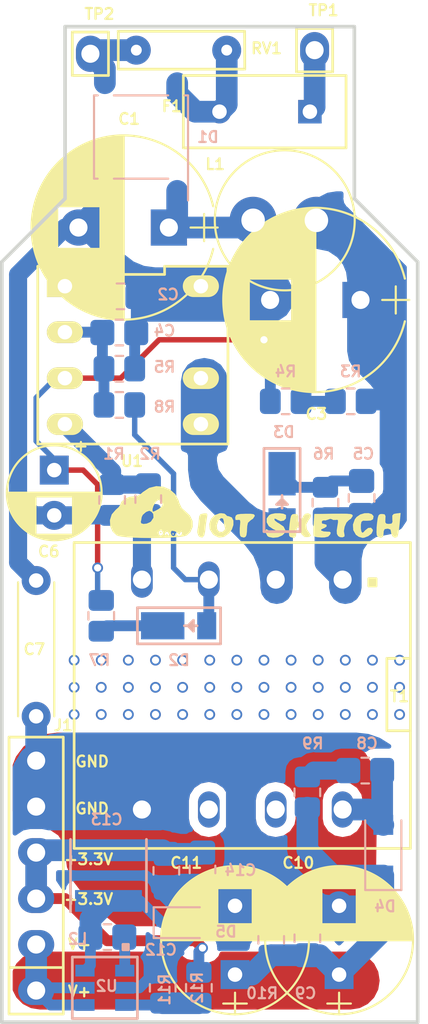
<source format=kicad_pcb>
(kicad_pcb (version 20171130) (host pcbnew "(5.0.0-rc2-199-gf785d2749)")
  (layers (0 F.Cu signal) (31 B.Cu signal) (34 B.Paste user) (35 F.Paste user) (36 B.SilkS user) (37 F.SilkS user) (38 B.Mask user) (39 F.Mask user) (44 Edge.Cuts user))
  (net 0 "")
  (net 1 GNDPWR)
  (net 2 "Net-(C1-Pad1)")
  (net 3 "Net-(C2-Pad1)")
  (net 4 "Net-(C4-Pad1)")
  (net 5 "Net-(C5-Pad2)")
  (net 6 "Net-(C6-Pad1)")
  (net 7 GND)
  (net 8 "Net-(C8-Pad1)")
  (net 9 "Net-(C8-Pad2)")
  (net 10 "Net-(C12-Pad2)")
  (net 11 "Net-(C12-Pad1)")
  (net 12 +3V3)
  (net 13 /AC_N_IN)
  (net 14 "Net-(D1-Pad4)")
  (net 15 "Net-(D2-Pad2)")
  (net 16 "Net-(D2-Pad1)")
  (net 17 /AC_L_IN)
  (net 18 "Net-(R1-Pad1)")
  (net 19 "Net-(R3-Pad2)")
  (net 20 "Net-(R11-Pad2)")
  (net 21 "Net-(T1-Pad6)")
  (net 22 "Net-(T1-Pad7)")
  (net 23 +15V)
  (net 24 /DC_BUS)
  (net 25 /DRIAN)
  (module IOT_Design:CP_Radial_D10.0mm_P5.00mm (layer F.Cu) (at 162.2 79.3 180)
    (fp_text reference C1 (at -0.34 6 180) (layer F.SilkS) (effects (font (size 0.6 0.6) (thickness 0.125))))
    (fp_text value 10uF/450V)
    (pad 1 thru_hole rect (at -2.54 0 180) (size 2 2) (drill 1) (layers *.Cu *.Mask) (net 2 "Net-(C1-Pad1)"))
    (pad 2 thru_hole circle (at 2.46 0 180) (size 2 2) (drill 1) (layers *.Cu *.Mask) (net 1 GNDPWR))
  )
  (module Capacitor_SMD:C_0805_2012Metric_Pad1.33x1.40mm_HandSolder (layer B.Cu) (at 162.0625 83.1)
    (fp_text reference C2 (at 2.6375 -0.1) (layer B.SilkS) (effects (font (size 0.6 0.6) (thickness 0.125)) (justify mirror)))
    (fp_text value 10nF)
    (pad 1 smd roundrect (at -0.9375 0) (size 1.325 1.4) (layers B.Cu B.Paste B.Mask) (roundrect_rratio 0.188679) (net 3 "Net-(C2-Pad1)"))
    (pad 2 smd roundrect (at 0.9375 0) (size 1.325 1.4) (layers B.Cu B.Paste B.Mask) (roundrect_rratio 0.188679) (net 1 GNDPWR))
  )
  (module IOT_Design:CP_Radial_D10.0mm_P5.00mm (layer F.Cu) (at 172.8 83.3 180)
    (fp_text reference C3 (at -0.1 -6.3 180) (layer F.SilkS) (effects (font (size 0.6 0.6) (thickness 0.125))))
    (fp_text value 10uF/450V)
    (pad 2 thru_hole circle (at 2.46 0 180) (size 2 2) (drill 1) (layers *.Cu *.Mask) (net 1 GNDPWR))
    (pad 1 thru_hole rect (at -2.54 0 180) (size 2 2) (drill 1) (layers *.Cu *.Mask) (net 24 /DC_BUS))
  )
  (module Capacitor_SMD:C_0805_2012Metric_Pad1.33x1.40mm_HandSolder (layer B.Cu) (at 162 85.1)
    (fp_text reference C4 (at 2.5 -0.1) (layer B.SilkS) (effects (font (size 0.6 0.6) (thickness 0.125)) (justify mirror)))
    (fp_text value 22K)
    (pad 2 smd roundrect (at 0.9375 0) (size 1.325 1.4) (layers B.Cu B.Paste B.Mask) (roundrect_rratio 0.188679) (net 1 GNDPWR))
    (pad 1 smd roundrect (at -0.9375 0) (size 1.325 1.4) (layers B.Cu B.Paste B.Mask) (roundrect_rratio 0.188679) (net 4 "Net-(C4-Pad1)"))
  )
  (module Capacitor_SMD:C_0805_2012Metric_Pad1.33x1.40mm_HandSolder (layer B.Cu) (at 175.4 94.2375 90)
    (fp_text reference C5 (at 2.4375 0.1 180) (layer B.SilkS) (effects (font (size 0.6 0.6) (thickness 0.125)) (justify mirror)))
    (fp_text value 1nF/1KV)
    (pad 2 smd roundrect (at 0.9375 0 90) (size 1.325 1.4) (layers B.Cu B.Paste B.Mask) (roundrect_rratio 0.188679) (net 5 "Net-(C5-Pad2)"))
    (pad 1 smd roundrect (at -0.9375 0 90) (size 1.325 1.4) (layers B.Cu B.Paste B.Mask) (roundrect_rratio 0.188679) (net 24 /DC_BUS))
  )
  (module Capacitor_THT:CP_Radial_D5.0mm_P2.50mm (layer F.Cu) (at 158.4 92.7 270)
    (fp_text reference C6 (at 4.5 0.3) (layer F.SilkS) (effects (font (size 0.6 0.6) (thickness 0.125))))
    (fp_text value 4.7uF/50V)
    (pad 1 thru_hole rect (at 0 0 270) (size 1.6 1.6) (drill 0.8) (layers *.Cu *.Mask) (net 6 "Net-(C6-Pad1)"))
    (pad 2 thru_hole circle (at 2.5 0 270) (size 1.6 1.6) (drill 0.8) (layers *.Cu *.Mask) (net 1 GNDPWR))
  )
  (module Capacitor_SMD:C_0805_2012Metric_Pad1.33x1.40mm_HandSolder (layer B.Cu) (at 175.6 109.3)
    (fp_text reference C8 (at 0.1 -1.5) (layer B.SilkS) (effects (font (size 0.6 0.6) (thickness 0.125)) (justify mirror)))
    (fp_text value 1nF/1KV)
    (pad 2 smd roundrect (at 0.9375 0) (size 1.325 1.4) (layers B.Cu B.Paste B.Mask) (roundrect_rratio 0.188679) (net 9 "Net-(C8-Pad2)"))
    (pad 1 smd roundrect (at -0.9375 0) (size 1.325 1.4) (layers B.Cu B.Paste B.Mask) (roundrect_rratio 0.188679) (net 8 "Net-(C8-Pad1)"))
  )
  (module Capacitor_SMD:C_0805_2012Metric_Pad1.33x1.40mm_HandSolder (layer B.Cu) (at 172.4 118.5625 90)
    (fp_text reference C9 (at -3.0375 -0.1 180) (layer B.SilkS) (effects (font (size 0.6 0.6) (thickness 0.125)) (justify mirror)))
    (fp_text value 10uF)
    (pad 1 smd roundrect (at -0.9375 0 90) (size 1.325 1.4) (layers B.Cu B.Paste B.Mask) (roundrect_rratio 0.188679) (net 23 +15V))
    (pad 2 smd roundrect (at 0.9375 0 90) (size 1.325 1.4) (layers B.Cu B.Paste B.Mask) (roundrect_rratio 0.188679) (net 7 GND))
  )
  (module IOT_Design:CP_Radial_D8.0mm_P3.80mm (layer F.Cu) (at 174.155001 119.3 90)
    (fp_text reference C10 (at 4.9 -2.255001 180) (layer F.SilkS) (effects (font (size 0.6 0.6) (thickness 0.125))))
    (fp_text value 330uF)
    (pad 1 thru_hole rect (at -1.27 0 90) (size 1.6 1.6) (drill 0.8) (layers *.Cu *.Mask) (net 23 +15V))
    (pad 2 thru_hole circle (at 2.53 0 90) (size 1.6 1.6) (drill 0.8) (layers *.Cu *.Mask) (net 7 GND))
  )
  (module IOT_Design:CP_Radial_D8.0mm_P3.80mm (layer F.Cu) (at 168.4 119.3 90)
    (fp_text reference C11 (at 4.9 -2.7 180) (layer F.SilkS) (effects (font (size 0.6 0.6) (thickness 0.125))))
    (fp_text value 330uF)
    (pad 2 thru_hole circle (at 2.53 0 90) (size 1.6 1.6) (drill 0.8) (layers *.Cu *.Mask) (net 7 GND))
    (pad 1 thru_hole rect (at -1.27 0 90) (size 1.6 1.6) (drill 0.8) (layers *.Cu *.Mask) (net 23 +15V))
  )
  (module Capacitor_SMD:C_0805_2012Metric_Pad1.33x1.40mm_HandSolder (layer B.Cu) (at 161.3375 118.5)
    (fp_text reference C12 (at 2.9625 0.7) (layer B.SilkS) (effects (font (size 0.6 0.6) (thickness 0.125)) (justify mirror)))
    (fp_text value 10nF)
    (pad 1 smd roundrect (at -0.9375 0) (size 1.325 1.4) (layers B.Cu B.Paste B.Mask) (roundrect_rratio 0.188679) (net 11 "Net-(C12-Pad1)"))
    (pad 2 smd roundrect (at 0.9375 0) (size 1.325 1.4) (layers B.Cu B.Paste B.Mask) (roundrect_rratio 0.188679) (net 10 "Net-(C12-Pad2)"))
  )
  (module Capacitor_SMD:C_0805_2012Metric_Pad1.33x1.40mm_HandSolder (layer B.Cu) (at 164.6 114.8375 270)
    (fp_text reference C13 (at -2.8375 3.3) (layer B.SilkS) (effects (font (size 0.6 0.6) (thickness 0.125)) (justify mirror)))
    (fp_text value 22uF/6.3V)
    (pad 1 smd roundrect (at -0.9375 0 270) (size 1.325 1.4) (layers B.Cu B.Paste B.Mask) (roundrect_rratio 0.188679) (net 12 +3V3))
    (pad 2 smd roundrect (at 0.9375 0 270) (size 1.325 1.4) (layers B.Cu B.Paste B.Mask) (roundrect_rratio 0.188679) (net 7 GND))
  )
  (module Capacitor_SMD:C_0805_2012Metric_Pad1.33x1.40mm_HandSolder (layer B.Cu) (at 166.6 114.7625 270)
    (fp_text reference C14 (at 0.0375 -2.1) (layer B.SilkS) (effects (font (size 0.6 0.6) (thickness 0.125)) (justify mirror)))
    (fp_text value 0.1uF)
    (pad 2 smd roundrect (at 0.9375 0 270) (size 1.325 1.4) (layers B.Cu B.Paste B.Mask) (roundrect_rratio 0.188679) (net 7 GND))
    (pad 1 smd roundrect (at -0.9375 0 270) (size 1.325 1.4) (layers B.Cu B.Paste B.Mask) (roundrect_rratio 0.188679) (net 12 +3V3))
  )
  (module Diode_SMD:Diode_Bridge_Diotec_ABS (layer B.Cu) (at 163.2 74.3 90)
    (fp_text reference D1 (at 0 3.7 180) (layer B.SilkS) (effects (font (size 0.6 0.6) (thickness 0.125)) (justify mirror)))
    (fp_text value ABS8)
    (pad 1 smd rect (at -2.975 2 90) (size 1 0.7) (layers B.Cu B.Paste B.Mask) (net 2 "Net-(C1-Pad1)"))
    (pad 2 smd rect (at -2.975 -2 90) (size 1 0.7) (layers B.Cu B.Paste B.Mask) (net 1 GNDPWR))
    (pad 3 smd rect (at 2.975 -2 90) (size 1 0.7) (layers B.Cu B.Paste B.Mask) (net 13 /AC_N_IN))
    (pad 4 smd rect (at 2.975 2 90) (size 1 0.7) (layers B.Cu B.Paste B.Mask) (net 14 "Net-(D1-Pad4)"))
  )
  (module IOT_Design:POWERDI-123 (layer B.Cu) (at 165.2 101.3 180)
    (fp_text reference D2 (at -0.1 -1.9 180) (layer B.SilkS) (effects (font (size 0.6 0.6) (thickness 0.125)) (justify mirror)))
    (fp_text value DFLR1600-7)
    (pad 2 smd rect (at -1.635 0 180) (size 1.05 1.5) (layers B.Cu B.Paste B.Mask) (net 15 "Net-(D2-Pad2)"))
    (pad 1 smd rect (at 0.8 0 180) (size 2.4 1.5) (layers B.Cu B.Paste B.Mask) (net 16 "Net-(D2-Pad1)"))
  )
  (module IOT_Design:POWERDI-123 (layer B.Cu) (at 171 93.7 90)
    (fp_text reference D3 (at 3.1 0.1 180) (layer B.SilkS) (effects (font (size 0.6 0.6) (thickness 0.125)) (justify mirror)))
    (fp_text value DFLR1600-7)
    (pad 1 smd rect (at 0.8 0 90) (size 2.4 1.5) (layers B.Cu B.Paste B.Mask) (net 5 "Net-(C5-Pad2)"))
    (pad 2 smd rect (at -1.635 0 90) (size 1.05 1.5) (layers B.Cu B.Paste B.Mask) (net 25 /DRIAN))
  )
  (module IOT_Design:D_SOD-123F (layer B.Cu) (at 176.6 113.7 90)
    (fp_text reference D4 (at -3.1 0.1 180) (layer B.SilkS) (effects (font (size 0.6 0.6) (thickness 0.125)) (justify mirror)))
    (fp_text value 2SS100L-W)
    (pad 2 smd rect (at 1.4 0 90) (size 1.1 1.1) (layers B.Cu B.Paste B.Mask) (net 9 "Net-(C8-Pad2)"))
    (pad 1 smd rect (at -1.4 0 90) (size 1.1 1.1) (layers B.Cu B.Paste B.Mask) (net 23 +15V))
  )
  (module Diode_SMD:D_SOD-323 (layer B.Cu) (at 165.4 117.7)
    (fp_text reference D5 (at 2.5 0.5) (layer B.SilkS) (effects (font (size 0.6 0.6) (thickness 0.125)) (justify mirror)))
    (fp_text value D_Small_ALT)
    (pad 1 smd rect (at -1.05 0) (size 0.6 0.45) (layers B.Cu B.Paste B.Mask) (net 11 "Net-(C12-Pad1)"))
    (pad 2 smd rect (at 1.05 0) (size 0.6 0.45) (layers B.Cu B.Paste B.Mask) (net 7 GND))
  )
  (module IOT_Design:fuse_L7_W4_P5 (layer F.Cu) (at 170 72.9 180)
    (fp_text reference F1 (at 5.1 0.3) (layer F.SilkS) (effects (font (size 0.6 0.6) (thickness 0.125))))
    (fp_text value RST2)
    (pad 1 thru_hole rect (at -2.54 0 180) (size 1.3 1.3) (drill 0.8) (layers *.Cu *.Mask) (net 17 /AC_L_IN))
    (pad 2 thru_hole circle (at 2.46 0 180) (size 1.3 1.3) (drill 0.8) (layers *.Cu *.Mask) (net 14 "Net-(D1-Pad4)"))
  )
  (module Inductor_THT:L_Radial_D7.5mm_P3.50mm_Fastron_07P (layer F.Cu) (at 169.4 78.9)
    (fp_text reference L1 (at -2.1 -3.1) (layer F.SilkS) (effects (font (size 0.6 0.6) (thickness 0.125))))
    (fp_text value 1mH)
    (pad 1 thru_hole circle (at 0 0) (size 2.6 2.6) (drill 1.3) (layers *.Cu *.Mask) (net 2 "Net-(C1-Pad1)"))
    (pad 2 thru_hole circle (at 3.5 0) (size 2.6 2.6) (drill 1.3) (layers *.Cu *.Mask) (net 24 /DC_BUS))
  )
  (module IOT_Design:Inductor_Taiyo-Yuden_MD-4040 (layer B.Cu) (at 161.4 115.1 90)
    (fp_text reference L2 (at -3.5 -1.7) (layer B.SilkS) (effects (font (size 0.6 0.6) (thickness 0.125)) (justify mirror)))
    (fp_text value 4.7uH)
    (pad 2 smd rect (at 1.4 0 90) (size 1.2 3.7) (layers B.Cu B.Paste B.Mask) (net 12 +3V3))
    (pad 1 smd rect (at -1.4 0 90) (size 1.2 3.7) (layers B.Cu B.Paste B.Mask) (net 11 "Net-(C12-Pad1)"))
  )
  (module Resistor_SMD:R_0805_2012Metric (layer B.Cu) (at 161.6 94.35 270)
    (fp_text reference R1 (at -2.55 -0.1) (layer B.SilkS) (effects (font (size 0.6 0.6) (thickness 0.125)) (justify mirror)))
    (fp_text value 1.2R)
    (pad 1 smd roundrect (at -0.85 0 270) (size 1.15 1.4) (layers B.Cu B.Paste B.Mask) (roundrect_rratio 0.217391) (net 18 "Net-(R1-Pad1)"))
    (pad 2 smd roundrect (at 0.85 0 270) (size 1.15 1.4) (layers B.Cu B.Paste B.Mask) (roundrect_rratio 0.217391) (net 1 GNDPWR))
  )
  (module Resistor_SMD:R_0805_2012Metric (layer B.Cu) (at 163.6 94.3 270)
    (fp_text reference R2 (at -2.5 -0.1) (layer B.SilkS) (effects (font (size 0.6 0.6) (thickness 0.125)) (justify mirror)))
    (fp_text value 1.8R)
    (pad 1 smd roundrect (at -0.85 0 270) (size 1.15 1.4) (layers B.Cu B.Paste B.Mask) (roundrect_rratio 0.217391) (net 18 "Net-(R1-Pad1)"))
    (pad 2 smd roundrect (at 0.85 0 270) (size 1.15 1.4) (layers B.Cu B.Paste B.Mask) (roundrect_rratio 0.217391) (net 1 GNDPWR))
  )
  (module Resistor_SMD:R_0805_2012Metric (layer B.Cu) (at 174.8 88.9 180)
    (fp_text reference R3 (at 0 1.65 180) (layer B.SilkS) (effects (font (size 0.6 0.6) (thickness 0.125)) (justify mirror)))
    (fp_text value 2M)
    (pad 1 smd roundrect (at -0.85 0 180) (size 1.15 1.4) (layers B.Cu B.Paste B.Mask) (roundrect_rratio 0.217391) (net 24 /DC_BUS))
    (pad 2 smd roundrect (at 0.85 0 180) (size 1.15 1.4) (layers B.Cu B.Paste B.Mask) (roundrect_rratio 0.217391) (net 19 "Net-(R3-Pad2)"))
  )
  (module Resistor_SMD:R_0805_2012Metric (layer B.Cu) (at 171.2 88.9 180)
    (fp_text reference R4 (at 0 1.65 180) (layer B.SilkS) (effects (font (size 0.6 0.6) (thickness 0.125)) (justify mirror)))
    (fp_text value 2M)
    (pad 2 smd roundrect (at 0.85 0 180) (size 1.15 1.4) (layers B.Cu B.Paste B.Mask) (roundrect_rratio 0.217391) (net 6 "Net-(C6-Pad1)"))
    (pad 1 smd roundrect (at -0.85 0 180) (size 1.15 1.4) (layers B.Cu B.Paste B.Mask) (roundrect_rratio 0.217391) (net 19 "Net-(R3-Pad2)"))
  )
  (module Resistor_SMD:R_0805_2012Metric (layer B.Cu) (at 162 87.1)
    (fp_text reference R5 (at 2.5 -0.1) (layer B.SilkS) (effects (font (size 0.6 0.6) (thickness 0.125)) (justify mirror)))
    (fp_text value 10pF/16V)
    (pad 2 smd roundrect (at 0.85 0) (size 1.15 1.4) (layers B.Cu B.Paste B.Mask) (roundrect_rratio 0.217391) (net 1 GNDPWR))
    (pad 1 smd roundrect (at -0.85 0) (size 1.15 1.4) (layers B.Cu B.Paste B.Mask) (roundrect_rratio 0.217391) (net 4 "Net-(C4-Pad1)"))
  )
  (module Resistor_SMD:R_0805_2012Metric (layer B.Cu) (at 173.4 94.5 90)
    (fp_text reference R6 (at 2.7 -0.1 180) (layer B.SilkS) (effects (font (size 0.6 0.6) (thickness 0.125)) (justify mirror)))
    (fp_text value 150K)
    (pad 1 smd roundrect (at -0.85 0 90) (size 1.15 1.4) (layers B.Cu B.Paste B.Mask) (roundrect_rratio 0.217391) (net 24 /DC_BUS))
    (pad 2 smd roundrect (at 0.85 0 90) (size 1.15 1.4) (layers B.Cu B.Paste B.Mask) (roundrect_rratio 0.217391) (net 5 "Net-(C5-Pad2)"))
  )
  (module Resistor_SMD:R_0805_2012Metric (layer B.Cu) (at 161 100.75 90)
    (fp_text reference R7 (at -2.45 -0.1 180) (layer B.SilkS) (effects (font (size 0.6 0.6) (thickness 0.125)) (justify mirror)))
    (fp_text value 10R)
    (pad 2 smd roundrect (at 0.85 0 90) (size 1.15 1.4) (layers B.Cu B.Paste B.Mask) (roundrect_rratio 0.217391) (net 6 "Net-(C6-Pad1)"))
    (pad 1 smd roundrect (at -0.85 0 90) (size 1.15 1.4) (layers B.Cu B.Paste B.Mask) (roundrect_rratio 0.217391) (net 16 "Net-(D2-Pad1)"))
  )
  (module Resistor_SMD:R_0805_2012Metric (layer B.Cu) (at 162 89.1 180)
    (fp_text reference R8 (at -2.5 -0.1 180) (layer B.SilkS) (effects (font (size 0.6 0.6) (thickness 0.125)) (justify mirror)))
    (fp_text value 47K)
    (pad 2 smd roundrect (at 0.85 0 180) (size 1.15 1.4) (layers B.Cu B.Paste B.Mask) (roundrect_rratio 0.217391) (net 4 "Net-(C4-Pad1)"))
    (pad 1 smd roundrect (at -0.85 0 180) (size 1.15 1.4) (layers B.Cu B.Paste B.Mask) (roundrect_rratio 0.217391) (net 15 "Net-(D2-Pad2)"))
  )
  (module Resistor_SMD:R_0805_2012Metric (layer B.Cu) (at 172.4 110.5 90)
    (fp_text reference R9 (at 2.7 0.3 180) (layer B.SilkS) (effects (font (size 0.6 0.6) (thickness 0.125)) (justify mirror)))
    (fp_text value 30E)
    (pad 2 smd roundrect (at 0.85 0 90) (size 1.15 1.4) (layers B.Cu B.Paste B.Mask) (roundrect_rratio 0.217391) (net 8 "Net-(C8-Pad1)"))
    (pad 1 smd roundrect (at -0.85 0 90) (size 1.15 1.4) (layers B.Cu B.Paste B.Mask) (roundrect_rratio 0.217391) (net 23 +15V))
  )
  (module Resistor_SMD:R_0805_2012Metric (layer B.Cu) (at 170.4 118.65 90)
    (fp_text reference R10 (at -2.95 -0.5 180) (layer B.SilkS) (effects (font (size 0.6 0.6) (thickness 0.125)) (justify mirror)))
    (fp_text value 4.7K)
    (pad 1 smd roundrect (at -0.85 0 90) (size 1.15 1.4) (layers B.Cu B.Paste B.Mask) (roundrect_rratio 0.217391) (net 23 +15V))
    (pad 2 smd roundrect (at 0.85 0 90) (size 1.15 1.4) (layers B.Cu B.Paste B.Mask) (roundrect_rratio 0.217391) (net 7 GND))
  )
  (module Resistor_SMD:R_0805_2012Metric (layer B.Cu) (at 166.4 121.3 270)
    (fp_text reference R11 (at 0.1 1.9 270) (layer B.SilkS) (effects (font (size 0.6 0.6) (thickness 0.125)) (justify mirror)))
    (fp_text value 49.9K)
    (pad 2 smd roundrect (at 0.85 0 270) (size 1.15 1.4) (layers B.Cu B.Paste B.Mask) (roundrect_rratio 0.217391) (net 20 "Net-(R11-Pad2)"))
    (pad 1 smd roundrect (at -0.85 0 270) (size 1.15 1.4) (layers B.Cu B.Paste B.Mask) (roundrect_rratio 0.217391) (net 12 +3V3))
  )
  (module Resistor_SMD:R_0805_2012Metric (layer B.Cu) (at 164.4 121.3 90)
    (fp_text reference R12 (at 0 1.9 90) (layer B.SilkS) (effects (font (size 0.6 0.6) (thickness 0.125)) (justify mirror)))
    (fp_text value 16.2K)
    (pad 1 smd roundrect (at -0.85 0 90) (size 1.15 1.4) (layers B.Cu B.Paste B.Mask) (roundrect_rratio 0.217391) (net 20 "Net-(R11-Pad2)"))
    (pad 2 smd roundrect (at 0.85 0 90) (size 1.15 1.4) (layers B.Cu B.Paste B.Mask) (roundrect_rratio 0.217391) (net 7 GND))
  )
  (module IOT_Design:RV_Disc_D7_W3.4_P5 (layer F.Cu) (at 165.4 69.5 180)
    (fp_text reference RV1 (at -4.74 0.1 180) (layer F.SilkS) (effects (font (size 0.6 0.6) (thickness 0.125))))
    (fp_text value Varistor)
    (pad 1 thru_hole circle (at -2.54 0 180) (size 1.6 1.6) (drill 0.6) (layers *.Cu *.Mask) (net 14 "Net-(D1-Pad4)"))
    (pad 2 thru_hole circle (at 2.46 0 180) (size 1.6 1.6) (drill 0.6) (layers *.Cu *.Mask) (net 13 /AC_N_IN))
  )
  (module IOT_Design:EE19Horizondal (layer F.Cu) (at 168.8 105.1 180)
    (fp_text reference T1 (at -8.7 -0.1) (layer F.SilkS) (effects (font (size 0.6 0.6) (thickness 0.125))))
    (fp_text value EE19_8_Pin)
    (pad 4 thru_hole oval (at 5.55 6.35 180) (size 1.2 2) (drill 1) (layers *.Cu *.Mask) (net 1 GNDPWR))
    (pad 5 thru_hole oval (at 5.55 -6.35 180) (size 1.2 2) (drill 1) (layers *.Cu *.Mask) (net 7 GND))
    (pad 3 thru_hole oval (at 1.85 6.35 180) (size 1.2 2) (drill 1) (layers *.Cu *.Mask) (net 15 "Net-(D2-Pad2)"))
    (pad 6 thru_hole oval (at 1.85 -6.35 180) (size 1.2 2) (drill 1) (layers *.Cu *.Mask) (net 21 "Net-(T1-Pad6)"))
    (pad 2 thru_hole oval (at -1.85 6.35 180) (size 1.2 2) (drill 1) (layers *.Cu *.Mask) (net 25 /DRIAN))
    (pad 7 thru_hole oval (at -1.85 -6.35 180) (size 1.2 2) (drill 1) (layers *.Cu *.Mask) (net 22 "Net-(T1-Pad7)"))
    (pad 1 thru_hole oval (at -5.55 6.35 180) (size 1.2 2) (drill 1) (layers *.Cu *.Mask) (net 24 /DC_BUS))
    (pad 8 thru_hole oval (at -5.55 -6.35 180) (size 1.2 2) (drill 1) (layers *.Cu *.Mask) (net 9 "Net-(C8-Pad2)"))
  )
  (module IOT_Design:PAD (layer F.Cu) (at 172.8 69.5)
    (fp_text reference TP1 (at 0.5 -2.2) (layer F.SilkS) (effects (font (size 0.6 0.6) (thickness 0.125))))
    (fp_text value L)
    (pad 1 thru_hole oval (at 0 0) (size 1.6 2) (drill 1) (layers *.Cu *.Mask) (net 17 /AC_L_IN))
  )
  (module IOT_Design:PAD (layer F.Cu) (at 160.4 69.7)
    (fp_text reference TP2 (at 0.5 -2.2) (layer F.SilkS) (effects (font (size 0.6 0.6) (thickness 0.125))))
    (fp_text value N)
    (pad 1 thru_hole oval (at 0 0) (size 1.6 2) (drill 1) (layers *.Cu *.Mask) (net 13 /AC_N_IN))
  )
  (module IOT_Design:DIP-7_AP3983 (layer F.Cu) (at 162.8 86.3 270)
    (fp_text reference U1 (at 5.9 0.1 180) (layer F.SilkS) (effects (font (size 0.6 0.6) (thickness 0.125))))
    (fp_text value AP3983)
    (pad 4 thru_hole oval (at 3.86 3.81 270) (size 1.2 2) (drill 0.8) (layers *.Cu *.Mask F.SilkS) (net 18 "Net-(R1-Pad1)"))
    (pad 5 thru_hole oval (at 3.86 -3.71 270) (size 1.2 2) (drill 0.8) (layers *.Cu *.Mask F.SilkS) (net 25 /DRIAN))
    (pad 3 thru_hole oval (at 1.32 3.81 270) (size 1.2 2) (drill 0.8) (layers *.Cu *.Mask F.SilkS) (net 6 "Net-(C6-Pad1)"))
    (pad 6 thru_hole oval (at 1.32 -3.71 270) (size 1.2 2) (drill 0.8) (layers *.Cu *.Mask F.SilkS) (net 25 /DRIAN))
    (pad 2 thru_hole oval (at -1.22 3.81 270) (size 1.2 2) (drill 0.8) (layers *.Cu *.Mask F.SilkS) (net 4 "Net-(C4-Pad1)"))
    (pad 1 thru_hole rect (at -3.76 3.81 270) (size 1.2 2) (drill 0.8) (layers *.Cu *.Mask F.SilkS) (net 3 "Net-(C2-Pad1)"))
    (pad 7 thru_hole oval (at -3.76 -3.71 270) (size 1.2 2) (drill 0.8) (layers *.Cu *.Mask F.SilkS) (net 1 GNDPWR))
  )
  (module IOT_Design:AP3211 (layer B.Cu) (at 161.2 121.3 180)
    (fp_text reference U2 (at -0.1 0.1) (layer B.SilkS) (effects (font (size 0.6 0.6) (thickness 0.125)) (justify mirror)))
    (fp_text value AP3211)
    (pad 1 smd rect (at -1.1 0.95 180) (size 1.06 0.65) (layers B.Cu B.Paste B.Mask) (net 10 "Net-(C12-Pad2)"))
    (pad 2 smd rect (at -1.1 0 180) (size 1.06 0.65) (layers B.Cu B.Paste B.Mask) (net 7 GND))
    (pad 3 smd rect (at -1.1 -0.95 180) (size 1.06 0.65) (layers B.Cu B.Paste B.Mask) (net 20 "Net-(R11-Pad2)"))
    (pad 4 smd rect (at 1.1 -0.95 180) (size 1.06 0.65) (layers B.Cu B.Paste B.Mask) (net 23 +15V))
    (pad 6 smd rect (at 1.1 0.95 180) (size 1.06 0.65) (layers B.Cu B.Paste B.Mask) (net 11 "Net-(C12-Pad1)"))
    (pad 5 smd rect (at 1.1 0 180) (size 1.06 0.65) (layers B.Cu B.Paste B.Mask) (net 23 +15V))
  )
  (module IOT_Design:6PIN_conn (layer F.Cu) (at 157.4 115.1 90)
    (fp_text reference J1 (at 8.3 1.5 180) (layer F.SilkS) (effects (font (size 0.6 0.6) (thickness 0.125))))
    (fp_text value OUT)
    (pad 1 thru_hole oval (at -6.35 0 90) (size 1.6 2) (drill 1) (layers *.Cu *.Mask) (net 23 +15V))
    (pad 2 thru_hole oval (at -3.81 0 90) (size 1.6 2) (drill 1) (layers *.Cu *.Mask) (net 23 +15V))
    (pad 3 thru_hole oval (at -1.27 0 90) (size 1.6 2) (drill 1) (layers *.Cu *.Mask) (net 12 +3V3))
    (pad 4 thru_hole oval (at 1.27 0 90) (size 1.6 2) (drill 1) (layers *.Cu *.Mask) (net 12 +3V3))
    (pad 5 thru_hole oval (at 3.81 0 90) (size 1.6 2) (drill 1) (layers *.Cu *.Mask) (net 7 GND))
    (pad 6 thru_hole oval (at 6.35 0 90) (size 1.6 2) (drill 1) (layers *.Cu *.Mask) (net 7 GND))
  )
  (module IOT_Design:Y1Capacitor (layer F.Cu) (at 157.4 102.5 90)
    (fp_text reference C7 (at -0.1 -0.1 180) (layer F.SilkS) (effects (font (size 0.6 0.6) (thickness 0.125))))
    (fp_text value 1nF/Y1)
    (pad 1 thru_hole circle (at -3.8 0 90) (size 1.6 1.6) (drill 0.8) (layers *.Cu *.Mask) (net 7 GND))
    (pad 2 thru_hole circle (at 3.7 0 90) (size 1.6 1.6) (drill 0.8) (layers *.Cu *.Mask) (net 1 GNDPWR))
  )
  (module IOT_Design:logo (layer F.Cu) (at 169.5 95)
    (fp_text reference G*** hide)
    (fp_text value LOGO hide)
  )
  (gr_text V+ (at 159.8 121.5) (layer F.SilkS) (effects (font (size 0.6 0.6) (thickness 0.125))))
  (gr_text V+ (at 159.8 118.9) (layer F.SilkS) (effects (font (size 0.6 0.6) (thickness 0.125))))
  (gr_text +3.3V (at 160.3 116.4) (layer F.SilkS) (effects (font (size 0.6 0.6) (thickness 0.125))))
  (gr_line (start 159 77.7) (end 159 68.2) (layer Edge.Cuts) (width 0.2))
  (gr_line (start 175 77.7) (end 175 68.2) (layer Edge.Cuts) (width 0.2))
  (gr_line (start 178.5 81.2) (end 175 77.7) (layer Edge.Cuts) (width 0.2))
  (gr_line (start 178.5 81.2) (end 178.5 81.2) (layer Edge.Cuts) (width 0.2))
  (gr_line (start 178.5 123.2) (end 178.5 81.2) (layer Edge.Cuts) (width 0.2))
  (gr_line (start 155.5 81.2) (end 159 77.7) (layer Edge.Cuts) (width 0.2))
  (gr_line (start 155.5 123.2) (end 155.5 81.2) (layer Edge.Cuts) (width 0.2))
  (gr_text +3.3V (at 160.3 114.2) (layer F.SilkS) (effects (font (size 0.6 0.6) (thickness 0.125))))
  (gr_text GND (at 160.5 108.8) (layer F.SilkS) (effects (font (size 0.6 0.6) (thickness 0.125))))
  (gr_text GND (at 160.5 111.4) (layer F.SilkS) (effects (font (size 0.6 0.6) (thickness 0.125))))
  (gr_line (start 159 68.2) (end 175 68.2) (layer Edge.Cuts) (width 0.2))
  (gr_line (start 155.5 123.2) (end 178.5 123.2) (layer Edge.Cuts) (width 0.2))
  (via (at 159.5 103.2) (size 0.6) (drill 0.4) (layers F.Cu B.Cu) (net 0))
  (via (at 161 103.2) (size 0.6) (drill 0.4) (layers F.Cu B.Cu) (net 0))
  (via (at 162.5 103.2) (size 0.6) (drill 0.4) (layers F.Cu B.Cu) (net 0))
  (via (at 164 103.2) (size 0.6) (drill 0.4) (layers F.Cu B.Cu) (net 0))
  (via (at 165.5 103.2) (size 0.6) (drill 0.4) (layers F.Cu B.Cu) (net 0))
  (via (at 167 103.2) (size 0.6) (drill 0.4) (layers F.Cu B.Cu) (net 0))
  (via (at 168.5 103.2) (size 0.6) (drill 0.4) (layers F.Cu B.Cu) (net 0))
  (via (at 170 103.2) (size 0.6) (drill 0.4) (layers F.Cu B.Cu) (net 0))
  (via (at 171.5 103.2) (size 0.6) (drill 0.4) (layers F.Cu B.Cu) (net 0))
  (via (at 173 103.2) (size 0.6) (drill 0.4) (layers F.Cu B.Cu) (net 0))
  (via (at 174.5 103.2) (size 0.6) (drill 0.4) (layers F.Cu B.Cu) (net 0))
  (via (at 176 103.2) (size 0.6) (drill 0.4) (layers F.Cu B.Cu) (net 0))
  (via (at 177.5 103.2) (size 0.6) (drill 0.4) (layers F.Cu B.Cu) (net 0))
  (via (at 159.5 104.7) (size 0.6) (drill 0.4) (layers F.Cu B.Cu) (net 0))
  (via (at 161 104.7) (size 0.6) (drill 0.4) (layers F.Cu B.Cu) (net 0))
  (via (at 162.5 104.7) (size 0.6) (drill 0.4) (layers F.Cu B.Cu) (net 0))
  (via (at 164 104.7) (size 0.6) (drill 0.4) (layers F.Cu B.Cu) (net 0))
  (via (at 165.5 104.7) (size 0.6) (drill 0.4) (layers F.Cu B.Cu) (net 0))
  (via (at 167 104.7) (size 0.6) (drill 0.4) (layers F.Cu B.Cu) (net 0))
  (via (at 168.5 104.7) (size 0.6) (drill 0.4) (layers F.Cu B.Cu) (net 0))
  (via (at 170 104.7) (size 0.6) (drill 0.4) (layers F.Cu B.Cu) (net 0))
  (via (at 171.5 104.7) (size 0.6) (drill 0.4) (layers F.Cu B.Cu) (net 0))
  (via (at 173 104.7) (size 0.6) (drill 0.4) (layers F.Cu B.Cu) (net 0))
  (via (at 174.5 104.7) (size 0.6) (drill 0.4) (layers F.Cu B.Cu) (net 0))
  (via (at 176 104.7) (size 0.6) (drill 0.4) (layers F.Cu B.Cu) (net 0))
  (via (at 177.5 104.7) (size 0.6) (drill 0.4) (layers F.Cu B.Cu) (net 0))
  (via (at 159.5 106.2) (size 0.6) (drill 0.4) (layers F.Cu B.Cu) (net 0))
  (via (at 161 106.2) (size 0.6) (drill 0.4) (layers F.Cu B.Cu) (net 0))
  (via (at 162.5 106.2) (size 0.6) (drill 0.4) (layers F.Cu B.Cu) (net 0))
  (via (at 164 106.2) (size 0.6) (drill 0.4) (layers F.Cu B.Cu) (net 0))
  (via (at 165.5 106.2) (size 0.6) (drill 0.4) (layers F.Cu B.Cu) (net 0))
  (via (at 167 106.2) (size 0.6) (drill 0.4) (layers F.Cu B.Cu) (net 0))
  (via (at 168.5 106.2) (size 0.6) (drill 0.4) (layers F.Cu B.Cu) (net 0))
  (via (at 170 106.2) (size 0.6) (drill 0.4) (layers F.Cu B.Cu) (net 0))
  (via (at 171.5 106.2) (size 0.6) (drill 0.4) (layers F.Cu B.Cu) (net 0))
  (via (at 173 106.2) (size 0.6) (drill 0.4) (layers F.Cu B.Cu) (net 0))
  (via (at 174.5 106.2) (size 0.6) (drill 0.4) (layers F.Cu B.Cu) (net 0))
  (via (at 176 106.2) (size 0.6) (drill 0.4) (layers F.Cu B.Cu) (net 0))
  (via (at 177.5 106.2) (size 0.6) (drill 0.4) (layers F.Cu B.Cu) (net 0))
  (segment (start 161.2 77.84) (end 159.74 79.3) (width 1.2) (layer B.Cu) (net 1))
  (segment (start 161.2 77.275) (end 161.2 77.84) (width 1.2) (layer B.Cu) (net 1))
  (segment (start 169.58 82.54) (end 170.34 83.3) (width 1.2) (layer B.Cu) (net 1))
  (segment (start 166.51 82.54) (end 169.58 82.54) (width 1.2) (layer B.Cu) (net 1))
  (segment (start 163.56 82.54) (end 163 83.1) (width 1.2) (layer B.Cu) (net 1))
  (segment (start 166.51 82.54) (end 163.56 82.54) (width 1.2) (layer B.Cu) (net 1))
  (segment (start 163 82.3) (end 163 83.1) (width 1) (layer B.Cu) (net 1))
  (segment (start 159.74 79.3) (end 160 79.3) (width 1) (layer B.Cu) (net 1))
  (segment (start 160 79.3) (end 163 82.3) (width 1) (layer B.Cu) (net 1))
  (segment (start 157.26863 95.2) (end 158.4 95.2) (width 1) (layer B.Cu) (net 1))
  (segment (start 156.4 94.33137) (end 157.26863 95.2) (width 1) (layer B.Cu) (net 1))
  (segment (start 156.4 81.9) (end 156.4 94.33137) (width 1) (layer B.Cu) (net 1))
  (segment (start 159.74 79.3) (end 159 79.3) (width 1) (layer B.Cu) (net 1))
  (segment (start 159 79.3) (end 156.4 81.9) (width 1) (layer B.Cu) (net 1))
  (segment (start 162.85 85.1875) (end 162.9375 85.1) (width 0.6) (layer B.Cu) (net 1))
  (segment (start 162.85 87.1) (end 162.85 85.1875) (width 0.6) (layer B.Cu) (net 1))
  (segment (start 162.9375 83.1625) (end 163 83.1) (width 0.6) (layer B.Cu) (net 1))
  (segment (start 162.9375 85.1) (end 162.9375 83.1625) (width 0.6) (layer B.Cu) (net 1))
  (segment (start 161.65 95.15) (end 161.6 95.2) (width 1) (layer B.Cu) (net 1))
  (segment (start 163.6 95.15) (end 161.65 95.15) (width 1) (layer B.Cu) (net 1))
  (segment (start 161.6 95.2) (end 158.4 95.2) (width 1) (layer B.Cu) (net 1))
  (segment (start 163.25 95.5) (end 163.6 95.15) (width 1) (layer B.Cu) (net 1))
  (segment (start 163.25 98.75) (end 163.25 95.5) (width 1) (layer B.Cu) (net 1))
  (segment (start 156.4 97.8) (end 157.4 98.8) (width 1) (layer B.Cu) (net 1))
  (segment (start 156.4 94.33137) (end 156.4 97.8) (width 1) (layer B.Cu) (net 1))
  (segment (start 165.2 78.84) (end 164.74 79.3) (width 1.2) (layer B.Cu) (net 2))
  (segment (start 165.2 77.275) (end 165.2 78.84) (width 1.2) (layer B.Cu) (net 2))
  (segment (start 169 79.3) (end 169.4 78.9) (width 1.2) (layer B.Cu) (net 2))
  (segment (start 164.74 79.3) (end 169 79.3) (width 1.2) (layer B.Cu) (net 2))
  (segment (start 159.55 83.1) (end 158.99 82.54) (width 0.6) (layer B.Cu) (net 3))
  (segment (start 161.125 83.1) (end 159.55 83.1) (width 0.6) (layer B.Cu) (net 3))
  (segment (start 161.0625 87.0125) (end 161.15 87.1) (width 0.6) (layer B.Cu) (net 4))
  (segment (start 161.0625 85.1) (end 161.0625 87.0125) (width 0.6) (layer B.Cu) (net 4))
  (segment (start 161.15 87.1) (end 161.15 89.1) (width 0.6) (layer B.Cu) (net 4))
  (segment (start 161.0425 85.08) (end 161.0625 85.1) (width 0.6) (layer B.Cu) (net 4))
  (segment (start 158.99 85.08) (end 161.0425 85.08) (width 0.6) (layer B.Cu) (net 4))
  (segment (start 173.75 93.3) (end 173.4 93.65) (width 0.6) (layer B.Cu) (net 5))
  (segment (start 175.4 93.3) (end 173.75 93.3) (width 0.6) (layer B.Cu) (net 5))
  (segment (start 171.75 93.65) (end 171 92.9) (width 0.6) (layer B.Cu) (net 5))
  (segment (start 173.4 93.65) (end 171.75 93.65) (width 0.6) (layer B.Cu) (net 5))
  (via (at 160.8 98.1) (size 0.6) (drill 0.4) (layers F.Cu B.Cu) (net 6))
  (segment (start 160.8 99.7) (end 161 99.9) (width 0.3) (layer B.Cu) (net 6))
  (segment (start 160.8 98.1) (end 160.8 99.7) (width 0.3) (layer B.Cu) (net 6))
  (segment (start 158.4 92.7) (end 160 92.7) (width 0.3) (layer F.Cu) (net 6))
  (segment (start 160 92.7) (end 160.8 93.5) (width 0.3) (layer F.Cu) (net 6))
  (segment (start 160.8 93.5) (end 160.8 98.1) (width 0.3) (layer F.Cu) (net 6))
  (via (at 170 85.500014) (size 0.6) (drill 0.4) (layers F.Cu B.Cu) (net 6))
  (segment (start 169.575736 85.500014) (end 170 85.500014) (width 0.3) (layer F.Cu) (net 6))
  (segment (start 164.199986 85.500014) (end 169.575736 85.500014) (width 0.3) (layer F.Cu) (net 6))
  (segment (start 158.99 87.62) (end 162.08 87.62) (width 0.3) (layer F.Cu) (net 6))
  (segment (start 162.08 87.62) (end 164.199986 85.500014) (width 0.3) (layer F.Cu) (net 6))
  (segment (start 170.35 85.850014) (end 170 85.500014) (width 0.6) (layer B.Cu) (net 6))
  (segment (start 170.35 88.9) (end 170.35 85.850014) (width 0.6) (layer B.Cu) (net 6))
  (segment (start 158.48 87.62) (end 158.99 87.62) (width 0.3) (layer B.Cu) (net 6))
  (segment (start 157.4 88.7) (end 158.48 87.62) (width 0.3) (layer B.Cu) (net 6))
  (segment (start 157.4 91.1) (end 157.4 88.7) (width 0.3) (layer B.Cu) (net 6))
  (segment (start 158.4 92.7) (end 158.4 92.1) (width 0.3) (layer B.Cu) (net 6))
  (segment (start 158.4 92.1) (end 157.4 91.1) (width 0.3) (layer B.Cu) (net 6))
  (segment (start 166.45 115.85) (end 166.6 115.7) (width 1) (layer B.Cu) (net 7))
  (segment (start 166.45 117.7) (end 166.45 115.85) (width 1) (layer B.Cu) (net 7))
  (segment (start 164.675 115.7) (end 164.6 115.775) (width 1) (layer B.Cu) (net 7))
  (segment (start 166.6 115.7) (end 164.675 115.7) (width 1) (layer B.Cu) (net 7))
  (segment (start 167.33 115.7) (end 168.4 116.77) (width 1) (layer B.Cu) (net 7))
  (segment (start 166.6 115.7) (end 167.33 115.7) (width 1) (layer B.Cu) (net 7))
  (segment (start 164.4 119.75) (end 166.45 117.7) (width 1) (layer B.Cu) (net 7))
  (segment (start 164.4 120.45) (end 164.4 119.75) (width 1) (layer B.Cu) (net 7))
  (segment (start 163.105002 121.3) (end 162.3 121.3) (width 0.6) (layer B.Cu) (net 7))
  (segment (start 163.955002 120.45) (end 163.105002 121.3) (width 0.6) (layer B.Cu) (net 7))
  (segment (start 164.4 120.45) (end 163.955002 120.45) (width 0.6) (layer B.Cu) (net 7))
  (segment (start 173.255 116.77) (end 172.4 117.625) (width 1.2) (layer B.Cu) (net 7))
  (segment (start 174.155001 116.77) (end 173.255 116.77) (width 1.2) (layer B.Cu) (net 7))
  (segment (start 170.575 117.625) (end 170.4 117.8) (width 1.2) (layer B.Cu) (net 7))
  (segment (start 172.4 117.625) (end 170.575 117.625) (width 1.2) (layer B.Cu) (net 7))
  (segment (start 169.43 117.8) (end 168.4 116.77) (width 1.2) (layer B.Cu) (net 7))
  (segment (start 170.4 117.8) (end 169.43 117.8) (width 1.2) (layer B.Cu) (net 7))
  (segment (start 157.4 106.3) (end 157.4 108.75) (width 1.2) (layer B.Cu) (net 7))
  (segment (start 157.4 108.75) (end 157.4 111.29) (width 1.2) (layer B.Cu) (net 7))
  (segment (start 163.09 111.29) (end 163.25 111.45) (width 1.2) (layer B.Cu) (net 7))
  (segment (start 157.4 111.29) (end 163.09 111.29) (width 1.2) (layer B.Cu) (net 7))
  (segment (start 163.25 109.45) (end 163.25 111.45) (width 1) (layer B.Cu) (net 7))
  (segment (start 163.6 109.1) (end 163.25 109.45) (width 1) (layer B.Cu) (net 7))
  (segment (start 167.4 109.1) (end 163.6 109.1) (width 1) (layer B.Cu) (net 7))
  (segment (start 168.4 116.77) (end 168.4 110.1) (width 1) (layer B.Cu) (net 7))
  (segment (start 168.4 110.1) (end 167.4 109.1) (width 1) (layer B.Cu) (net 7))
  (segment (start 168.4 116.77) (end 174.155001 116.77) (width 1.2) (layer F.Cu) (net 7))
  (segment (start 172.75 109.3) (end 172.4 109.65) (width 1) (layer B.Cu) (net 8))
  (segment (start 174.6625 109.3) (end 172.75 109.3) (width 1) (layer B.Cu) (net 8))
  (segment (start 176.5375 112.2375) (end 176.6 112.3) (width 1.2) (layer B.Cu) (net 9))
  (segment (start 176.5375 109.3) (end 176.5375 112.2375) (width 1.2) (layer B.Cu) (net 9))
  (segment (start 175.75 111.45) (end 176.6 112.3) (width 1.2) (layer B.Cu) (net 9))
  (segment (start 174.35 111.45) (end 175.75 111.45) (width 1.2) (layer B.Cu) (net 9))
  (segment (start 162.3 118.525) (end 162.275 118.5) (width 0.6) (layer B.Cu) (net 10))
  (segment (start 162.3 120.35) (end 162.3 118.525) (width 0.6) (layer B.Cu) (net 10))
  (segment (start 160.4 117.5) (end 161.4 116.5) (width 1.2) (layer B.Cu) (net 11))
  (segment (start 160.4 118.5) (end 160.4 117.5) (width 1.2) (layer B.Cu) (net 11))
  (segment (start 160.4 120.05) (end 160.1 120.35) (width 0.6) (layer B.Cu) (net 11))
  (segment (start 160.4 118.5) (end 160.4 120.05) (width 0.6) (layer B.Cu) (net 11))
  (segment (start 163.15 116.5) (end 164.35 117.7) (width 0.6) (layer B.Cu) (net 11))
  (segment (start 161.4 116.5) (end 163.15 116.5) (width 0.6) (layer B.Cu) (net 11))
  (segment (start 164.4 113.7) (end 164.6 113.9) (width 1.2) (layer B.Cu) (net 12))
  (segment (start 161.4 113.7) (end 164.4 113.7) (width 1.2) (layer B.Cu) (net 12))
  (segment (start 166.525 113.9) (end 166.6 113.825) (width 1.2) (layer B.Cu) (net 12))
  (segment (start 164.6 113.9) (end 166.525 113.9) (width 1.2) (layer B.Cu) (net 12))
  (segment (start 157.53 113.7) (end 157.4 113.83) (width 1.2) (layer B.Cu) (net 12))
  (segment (start 161.4 113.7) (end 157.53 113.7) (width 1.2) (layer B.Cu) (net 12))
  (segment (start 157.4 113.83) (end 157.4 116.37) (width 1.2) (layer B.Cu) (net 12))
  (via (at 166.6 119.1) (size 0.6) (drill 0.4) (layers F.Cu B.Cu) (net 12))
  (segment (start 166.4 120.45) (end 166.4 119.3) (width 0.6) (layer B.Cu) (net 12))
  (segment (start 166.4 119.3) (end 166.6 119.1) (width 0.6) (layer B.Cu) (net 12))
  (segment (start 159 116.37) (end 161.33 118.7) (width 0.6) (layer F.Cu) (net 12))
  (segment (start 157.4 116.37) (end 159 116.37) (width 0.6) (layer F.Cu) (net 12))
  (segment (start 166.2 118.7) (end 166.6 119.1) (width 0.6) (layer F.Cu) (net 12))
  (segment (start 161.33 118.7) (end 166.2 118.7) (width 0.6) (layer F.Cu) (net 12))
  (segment (start 160.6 69.5) (end 160.4 69.7) (width 1.2) (layer B.Cu) (net 13))
  (segment (start 162.94 69.5) (end 160.6 69.5) (width 1.2) (layer B.Cu) (net 13))
  (segment (start 161.2 70.5) (end 160.4 69.7) (width 1.2) (layer B.Cu) (net 13))
  (segment (start 161.2 71.325) (end 161.2 70.5) (width 1.2) (layer B.Cu) (net 13))
  (segment (start 167.94 72.5) (end 167.54 72.9) (width 1.2) (layer B.Cu) (net 14))
  (segment (start 167.94 69.5) (end 167.94 72.5) (width 1.2) (layer B.Cu) (net 14))
  (segment (start 165.2 71.9) (end 165.2 71.325) (width 1.2) (layer B.Cu) (net 14))
  (segment (start 167.54 72.9) (end 166.2 72.9) (width 1.2) (layer B.Cu) (net 14))
  (segment (start 166.2 72.9) (end 165.2 71.9) (width 1.2) (layer B.Cu) (net 14))
  (segment (start 166.95 101.185) (end 166.835 101.3) (width 0.6) (layer B.Cu) (net 15))
  (segment (start 166.95 98.75) (end 166.95 101.185) (width 0.6) (layer B.Cu) (net 15))
  (segment (start 165.65 98.75) (end 166.95 98.75) (width 0.3) (layer B.Cu) (net 15))
  (segment (start 165 98.1) (end 165.65 98.75) (width 0.3) (layer B.Cu) (net 15))
  (segment (start 165 92.9) (end 165 98.1) (width 0.3) (layer B.Cu) (net 15))
  (segment (start 162.85 89.1) (end 162.85 90.75) (width 0.3) (layer B.Cu) (net 15))
  (segment (start 162.85 90.75) (end 165 92.9) (width 0.3) (layer B.Cu) (net 15))
  (segment (start 161.3 101.3) (end 161 101.6) (width 0.6) (layer B.Cu) (net 16))
  (segment (start 164.4 101.3) (end 161.3 101.3) (width 0.6) (layer B.Cu) (net 16))
  (segment (start 172.8 72.64) (end 172.54 72.9) (width 1.2) (layer B.Cu) (net 17))
  (segment (start 172.8 69.5) (end 172.8 72.64) (width 1.2) (layer B.Cu) (net 17))
  (segment (start 161.6 92.77) (end 161.6 93.5) (width 1) (layer B.Cu) (net 18))
  (segment (start 158.99 90.16) (end 161.6 92.77) (width 1) (layer B.Cu) (net 18))
  (segment (start 163.55 93.5) (end 163.6 93.45) (width 1) (layer B.Cu) (net 18))
  (segment (start 161.6 93.5) (end 163.55 93.5) (width 1) (layer B.Cu) (net 18))
  (segment (start 173.95 88.9) (end 172.05 88.9) (width 0.6) (layer B.Cu) (net 19))
  (segment (start 166.4 122.15) (end 164.4 122.15) (width 1.2) (layer B.Cu) (net 20))
  (segment (start 164.3 122.25) (end 164.4 122.15) (width 0.6) (layer B.Cu) (net 20))
  (segment (start 162.3 122.25) (end 164.3 122.25) (width 0.6) (layer B.Cu) (net 20))
  (segment (start 176.6 118.125001) (end 174.155001 120.57) (width 1.2) (layer B.Cu) (net 23))
  (segment (start 176.6 115.1) (end 176.6 118.125001) (width 1.2) (layer B.Cu) (net 23))
  (segment (start 169.33 120.57) (end 170.4 119.5) (width 1.2) (layer B.Cu) (net 23))
  (segment (start 168.4 120.57) (end 169.33 120.57) (width 1.2) (layer B.Cu) (net 23))
  (segment (start 170.4 119.5) (end 172.4 119.5) (width 1.2) (layer B.Cu) (net 23))
  (segment (start 173.085001 119.5) (end 174.155001 120.57) (width 1.2) (layer B.Cu) (net 23))
  (segment (start 172.4 119.5) (end 173.085001 119.5) (width 1.2) (layer B.Cu) (net 23))
  (segment (start 157.4 118.91) (end 157.4 121.45) (width 1.2) (layer B.Cu) (net 23))
  (segment (start 157.55 121.3) (end 157.4 121.45) (width 0.6) (layer B.Cu) (net 23))
  (segment (start 160.1 121.3) (end 157.55 121.3) (width 0.6) (layer B.Cu) (net 23))
  (segment (start 158.2 122.25) (end 157.4 121.45) (width 0.6) (layer B.Cu) (net 23))
  (segment (start 160.1 122.25) (end 158.2 122.25) (width 0.6) (layer B.Cu) (net 23))
  (segment (start 173.8 115.1) (end 176.6 115.1) (width 1.2) (layer B.Cu) (net 23))
  (segment (start 172.4 111.35) (end 172.4 113.7) (width 1.2) (layer B.Cu) (net 23))
  (segment (start 172.4 113.7) (end 173.8 115.1) (width 1.2) (layer B.Cu) (net 23))
  (segment (start 167.52 121.45) (end 168.4 120.57) (width 1.2) (layer F.Cu) (net 23))
  (segment (start 157.4 121.45) (end 167.52 121.45) (width 1.2) (layer F.Cu) (net 23))
  (segment (start 168.4 120.57) (end 174.155001 120.57) (width 1.2) (layer F.Cu) (net 23))
  (segment (start 175.34 81.34) (end 172.9 78.9) (width 1.2) (layer B.Cu) (net 24))
  (segment (start 175.34 83.3) (end 175.34 81.34) (width 1.2) (layer B.Cu) (net 24))
  (segment (start 173.4 97.8) (end 174.35 98.75) (width 1.2) (layer B.Cu) (net 24))
  (segment (start 173.4 95.35) (end 173.4 97.8) (width 1.2) (layer B.Cu) (net 24))
  (segment (start 175.225 95.35) (end 175.4 95.175) (width 1.2) (layer B.Cu) (net 24))
  (segment (start 173.4 95.35) (end 175.225 95.35) (width 1.2) (layer B.Cu) (net 24))
  (segment (start 177.2 88.4) (end 175.5 86.7) (width 1.2) (layer B.Cu) (net 24))
  (segment (start 175.4 95.175) (end 176.2 95.175) (width 1.2) (layer B.Cu) (net 24))
  (segment (start 176.2 95.175) (end 177.2 94.175) (width 1.2) (layer B.Cu) (net 24))
  (segment (start 175.34 86.54) (end 175.5 86.7) (width 1.2) (layer B.Cu) (net 24))
  (segment (start 175.34 83.3) (end 175.34 86.54) (width 1.2) (layer B.Cu) (net 24))
  (segment (start 175.65 88.9) (end 177.2 88.9) (width 1) (layer B.Cu) (net 24))
  (segment (start 177.2 94.175) (end 177.2 88.9) (width 1.2) (layer B.Cu) (net 24))
  (segment (start 177.2 88.9) (end 177.2 88.4) (width 1.2) (layer B.Cu) (net 24))
  (segment (start 166.51 87.62) (end 166.51 90.16) (width 1.2) (layer B.Cu) (net 25))
  (segment (start 170.65 97.55) (end 170.65 98.75) (width 1.2) (layer B.Cu) (net 25))
  (segment (start 166.51 90.16) (end 166.51 93.41) (width 1.2) (layer B.Cu) (net 25))
  (segment (start 166.51 93.41) (end 170.65 97.55) (width 1.2) (layer B.Cu) (net 25))
  (segment (start 170.6 98.7) (end 170.65 98.75) (width 1.2) (layer B.Cu) (net 25))
  (segment (start 171 95.335) (end 170.6 95.735) (width 1.2) (layer B.Cu) (net 25))
  (segment (start 170.6 95.735) (end 170.6 98.7) (width 1.2) (layer B.Cu) (net 25))
  (zone (net 23) (net_name +15V) (layer F.Cu) (connect_pads yes (clearance 0.5)) (min_thickness 0.254) (fill yes (arc_segments 16) (thermal_gap 0.508) (thermal_bridge_width 0.508) (smoothing fillet) (radius 3))
    (polygon (pts (xy 176.4 119.3) (xy 176.4 122.5) (xy 156 122.5) (xy 156 119.3)))
  )
  (zone (net 7) (net_name GND) (layer B.Cu) (connect_pads yes (clearance 0.5)) (min_thickness 0.254) (fill yes (arc_segments 16) (thermal_gap 0.508) (thermal_bridge_width 0.508) (smoothing fillet) (radius 3))
    (polygon (pts (xy 155.9 107.2) (xy 155.8 122.9) (xy 178.2 122.9) (xy 178.1 107.2)))
  )
  (zone (net 25) (net_name /DRIAN) (layer B.Cu) (connect_pads yes (clearance 0.5)) (min_thickness 0.254) (fill yes (arc_segments 16) (thermal_gap 0.508) (thermal_bridge_width 0.508) (smoothing fillet) (radius 3))
    (polygon (pts (xy 165.4 86.5) (xy 165.4 91.7) (xy 165.8 91.7) (xy 165.8 93.7) (xy 169.8 97.7) (xy 169.8 100.1) (xy 171.6 100.1) (xy 171.6 95.1) (xy 169.8 95.1) (xy 167.4 92.7) (xy 167.4 91.7) (xy 168 91.7) (xy 168 86.5)))
  )
  (zone (net 24) (net_name /DC_BUS) (layer B.Cu) (connect_pads yes (clearance 0.5)) (min_thickness 0.254) (fill yes (arc_segments 16) (thermal_gap 0.508) (thermal_bridge_width 0.508) (smoothing fillet) (radius 3))
    (polygon (pts (xy 173.6 100.1) (xy 175.4 100.1) (xy 175.4 96.3) (xy 178 96.3) (xy 178 80.1) (xy 178 77.3) (xy 172.4 77.3) (xy 172.4 80.5) (xy 173.6 80.5) (xy 174.6 81.5) (xy 174.6 86.7) (xy 175.4 87.5) (xy 176.4 88.5) (xy 176.4 94.3) (xy 176.4 94.5) (xy 176.4 94.7) (xy 176.4 94.9) (xy 173.6 94.9)))
  )
  (zone (net 1) (net_name GNDPWR) (layer B.Cu) (connect_pads yes (clearance 0.5)) (min_thickness 0.254) (fill yes (arc_segments 16) (thermal_gap 0.508) (thermal_bridge_width 0.508) (smoothing fillet) (radius 3))
    (polygon (pts (xy 169.2 84.5) (xy 171.6 84.5) (xy 171.6 81.5) (xy 163 81.5) (xy 161.6 80.1) (xy 161.6 76.5) (xy 160.4 76.5) (xy 160.4 77.7) (xy 160.4 80.5) (xy 162.8 82.9) (xy 162.8 84.5)))
  )
  (zone (net 7) (net_name GND) (layer F.Cu) (connect_pads yes (clearance 0.5)) (min_thickness 0.254) (fill yes (arc_segments 16) (thermal_gap 0.508) (thermal_bridge_width 0.508) (smoothing fillet) (radius 3))
    (polygon (pts (xy 176.2 115.1) (xy 176.2 118.3) (xy 162.2 118.3) (xy 159 115.1) (xy 159 112.5) (xy 156 112.5) (xy 155.9 107.2) (xy 176.3 107.2)))
  )
)
</source>
